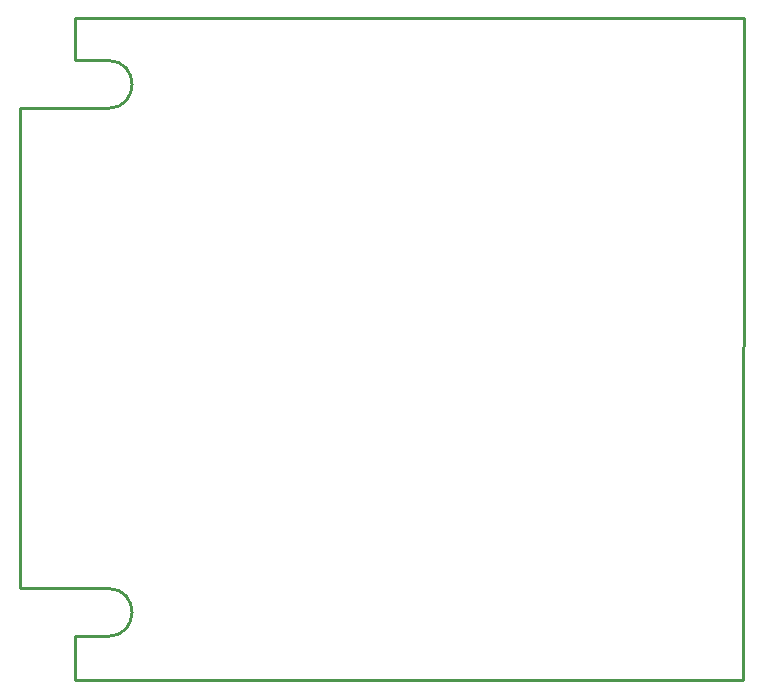
<source format=gko>
G04 Layer: BoardOutlineLayer*
G04 EasyEDA v6.5.22, 2023-04-21 14:11:52*
G04 6639ec0bfd30429d8febbb54714beaf6,0d2cea57a9a8422ebbcee2df73fbc454,10*
G04 Gerber Generator version 0.2*
G04 Scale: 100 percent, Rotated: No, Reflected: No *
G04 Dimensions in millimeters *
G04 leading zeros omitted , absolute positions ,4 integer and 5 decimal *
%FSLAX45Y45*%
%MOMM*%

%ADD10C,0.2540*%
D10*
X697992Y6165595D02*
G01*
X6362700Y6165595D01*
X6350000Y558800D01*
X697992Y558800D01*
X977900Y5397500D02*
G01*
X228899Y5397500D01*
X228899Y1333500D01*
X697900Y927498D02*
G01*
X697900Y565500D01*
X977900Y5803501D02*
G01*
X697900Y5803501D01*
X697900Y6165499D01*
X977900Y927498D02*
G01*
X697900Y927498D01*
X977900Y1333500D02*
G01*
X228899Y1333500D01*
G75*
G01*
X977900Y1333500D02*
G02*
X977900Y927499I-718J-203001D01*
G75*
G01*
X977900Y5397500D02*
G03*
X977900Y5803501I-718J203001D01*

%LPD*%
M02*

</source>
